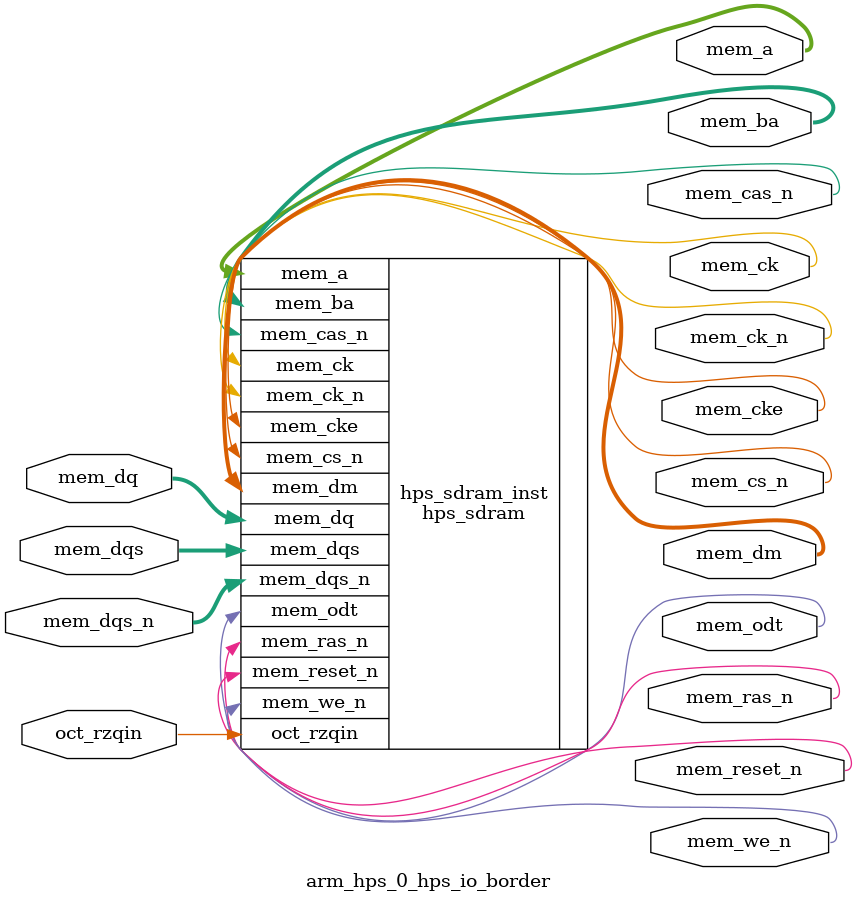
<source format=sv>


module arm_hps_0_hps_io_border(
// memory
  output wire [15 - 1 : 0 ] mem_a
 ,output wire [3 - 1 : 0 ] mem_ba
 ,output wire [1 - 1 : 0 ] mem_ck
 ,output wire [1 - 1 : 0 ] mem_ck_n
 ,output wire [1 - 1 : 0 ] mem_cke
 ,output wire [1 - 1 : 0 ] mem_cs_n
 ,output wire [1 - 1 : 0 ] mem_ras_n
 ,output wire [1 - 1 : 0 ] mem_cas_n
 ,output wire [1 - 1 : 0 ] mem_we_n
 ,output wire [1 - 1 : 0 ] mem_reset_n
 ,inout wire [32 - 1 : 0 ] mem_dq
 ,inout wire [4 - 1 : 0 ] mem_dqs
 ,inout wire [4 - 1 : 0 ] mem_dqs_n
 ,output wire [1 - 1 : 0 ] mem_odt
 ,output wire [4 - 1 : 0 ] mem_dm
 ,input wire [1 - 1 : 0 ] oct_rzqin
);


hps_sdram hps_sdram_inst(
 .mem_dq({
    mem_dq[31:0] // 31:0
  })
,.mem_odt({
    mem_odt[0:0] // 0:0
  })
,.mem_ras_n({
    mem_ras_n[0:0] // 0:0
  })
,.mem_dqs_n({
    mem_dqs_n[3:0] // 3:0
  })
,.mem_dqs({
    mem_dqs[3:0] // 3:0
  })
,.mem_dm({
    mem_dm[3:0] // 3:0
  })
,.mem_we_n({
    mem_we_n[0:0] // 0:0
  })
,.mem_cas_n({
    mem_cas_n[0:0] // 0:0
  })
,.mem_ba({
    mem_ba[2:0] // 2:0
  })
,.mem_a({
    mem_a[14:0] // 14:0
  })
,.mem_cs_n({
    mem_cs_n[0:0] // 0:0
  })
,.mem_ck({
    mem_ck[0:0] // 0:0
  })
,.mem_cke({
    mem_cke[0:0] // 0:0
  })
,.oct_rzqin({
    oct_rzqin[0:0] // 0:0
  })
,.mem_reset_n({
    mem_reset_n[0:0] // 0:0
  })
,.mem_ck_n({
    mem_ck_n[0:0] // 0:0
  })
);

endmodule


</source>
